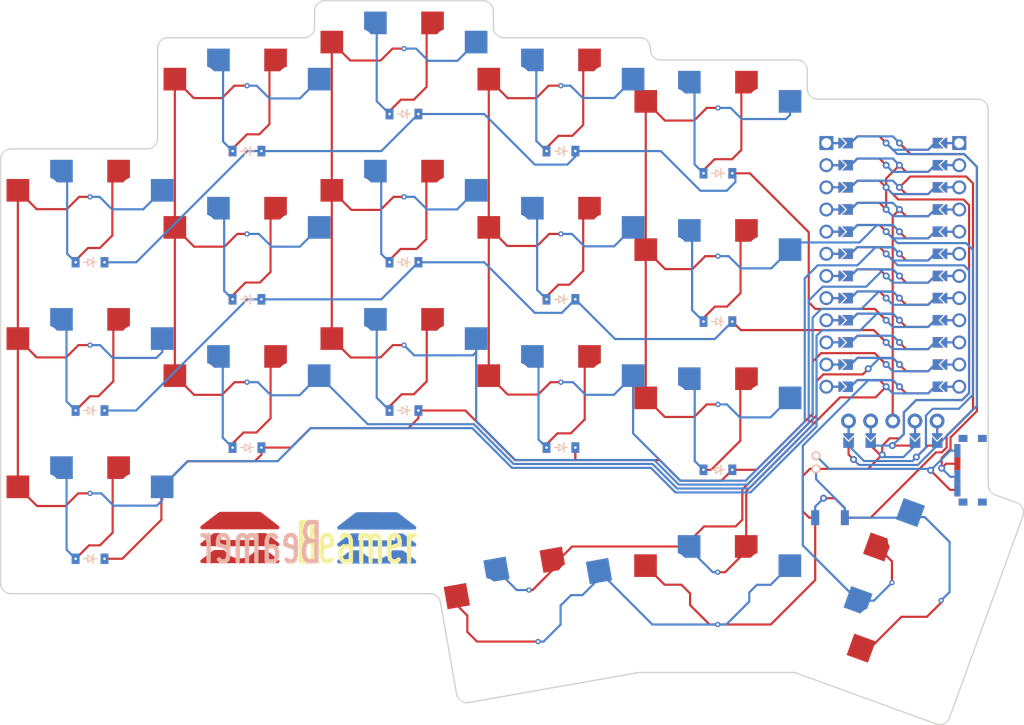
<source format=kicad_pcb>
(kicad_pcb (version 20211014) (generator pcbnew)
  (title_block (title "beamer") (rev "v1.0.0") (company "Unknown"))
  (layers (0 "F.Cu" signal) (31 "B.Cu" signal) (34 "B.Paste" user) (35 "F.Paste" user) (36 "B.SilkS" user "B.Silkscreen") (37 "F.SilkS" user "F.Silkscreen") (38 "B.Mask" user) (39 "F.Mask" user) (44 "Edge.Cuts" user))
  (net 0 "")
  (net 1 "pinky_bottom")
  (net 2 "P15")
  (net 3 "P8")
  (net 4 "pinky_home")
  (net 5 "P7")
  (net 6 "pinky_top")
  (net 7 "P6")
  (net 8 "ring_bottom")
  (net 9 "P18")
  (net 10 "ring_home")
  (net 11 "ring_top")
  (net 12 "middle_bottom")
  (net 13 "P19")
  (net 14 "middle_home")
  (net 15 "middle_top")
  (net 16 "index_bottom")
  (net 17 "P20")
  (net 18 "index_home")
  (net 19 "index_top")
  (net 20 "inner_bottom")
  (net 21 "P21")
  (net 22 "inner_home")
  (net 23 "inner_top")
  (net 24 "P16")
  (net 25 "GND")
  (net 26 "P10")
  (net 27 "P9")
  (net 28 "RAW")
  (net 29 "RST")
  (net 30 "VCC")
  (net 31 "P14")
  (net 32 "P1")
  (net 33 "P0")
  (net 34 "P2")
  (net 35 "P3")
  (net 36 "P4")
  (net 37 "P5")
  (net 38 "SCRN_4")
  (net 39 "SCRN_1")
  (net 40 "SCRN_2")
  (net 41 "SCRN_5")
  (net 42 "pos")
  (footprint "lib:bat" (layer "F.Cu") (at 240.255 150.14)
    (fp_text reference "")
    (fp_text value "")
  )
  (footprint "lib:JumperReverse" (layer "F.Cu") (at 243.475 146.95)
    (fp_text reference "")
    (fp_text value "")
  )
  (footprint "ComboDiode" (layer "F.Cu") (at 229 117 180)
    (fp_text reference "D15" hide)
    (fp_text value "" hide)
  )
  (footprint "ComboDiode" (layer "F.Cu") (at 175 131.45 180)
    (fp_text reference "D5" hide)
    (fp_text value "" hide)
  )
  (footprint "clipboard:bea2a930-1e14-4081-a864-9b491ca09a4f" (layer "F.Cu") (at 194.373437 161.646867)
    (fp_text reference "")
    (fp_text value "")
  )
  (footprint "PG1350" (layer "F.Cu") (at 157 156.7)
    (fp_text reference "")
    (fp_text value "")
  )
  (footprint "VIA-0.6mm" (layer "F.Cu") (at 248.958235 163.932694 70)
    (fp_text reference "")
    (fp_text value "")
  )
  (footprint "VIA-0.6mm" (layer "F.Cu") (at 208.381665 170.696391 10)
    (fp_text reference "")
    (fp_text value "")
  )
  (footprint "PG1350" (layer "F.Cu") (at 229 146.5)
    (fp_text reference "")
    (fp_text value "")
  )
  (footprint "PG1350" (layer "F.Cu") (at 229 129.5)
    (fp_text reference "")
    (fp_text value "")
  )
  (footprint "VIA-0.6mm" (layer "F.Cu") (at 228.972654 168.737433)
    (fp_text reference "")
    (fp_text value "")
  )
  (footprint "PG1350" (layer "F.Cu") (at 193 122.7)
    (fp_text reference "")
    (fp_text value "")
  )
  (footprint "ComboDiode" (layer "F.Cu") (at 175 114.45 180)
    (fp_text reference "D6" hide)
    (fp_text value "" hide)
  )
  (footprint "PG1350" (layer "F.Cu") (at 193 105.7)
    (fp_text reference "")
    (fp_text value "")
  )
  (footprint "VIA-0.6mm" (layer "F.Cu") (at 211 106.95)
    (fp_text reference "")
    (fp_text value "")
  )
  (footprint "ComboDiode" (layer "F.Cu") (at 157 144.2 180)
    (fp_text reference "D2" hide)
    (fp_text value "" hide)
  )
  (footprint "ComboDiode" (layer "F.Cu") (at 229 134 180)
    (fp_text reference "D14" hide)
    (fp_text value "" hide)
  )
  (footprint "VIA-0.6mm" (layer "F.Cu") (at 157 119.7)
    (fp_text reference "")
    (fp_text value "")
  )
  (footprint "VIA-0.6mm" (layer "F.Cu") (at 157 136.7)
    (fp_text reference "")
    (fp_text value "")
  )
  (footprint "VIA-0.6mm" (layer "F.Cu") (at 193 119.7)
    (fp_text reference "")
    (fp_text value "")
  )
  (footprint "lib:JumperReverse" (layer "F.Cu") (at 251.095 146.95)
    (fp_text reference "")
    (fp_text value "")
  )
  (footprint "PG1350" (layer "F.Cu") (at 251.777313 164.958754 70)
    (fp_text reference "")
    (fp_text value "")
  )
  (footprint "PG1350" (layer "F.Cu") (at 211 126.95)
    (fp_text reference "")
    (fp_text value "")
  )
  (footprint "VIA-0.6mm" (layer "F.Cu") (at 211 123.95)
    (fp_text reference "")
    (fp_text value "")
  )
  (footprint "ComboDiode" (layer "F.Cu") (at 157 161.2 180)
    (fp_text reference "D1" hide)
    (fp_text value "" hide)
  )
  (footprint "VIA-0.6mm" (layer "F.Cu") (at 207.339776 164.787544 10)
    (fp_text reference "")
    (fp_text value "")
  )
  (footprint "VIA-0.6mm" (layer "F.Cu") (at 193 136.7)
    (fp_text reference "")
    (fp_text value "")
  )
  (footprint "ProMicro" (layer "F.Cu") (at 249.055 127.5 -90)
    (fp_text reference "")
    (fp_text value "")
  )
  (footprint "ComboDiode" (layer "F.Cu") (at 157 127.2 180)
    (fp_text reference "D3" hide)
    (fp_text value "" hide)
  )
  (footprint "Button_Switch_SMD:SW_SPDT_PCM12" (layer "F.Cu") (at 257.89 151.05 90)
    (fp_text reference "")
    (fp_text value "")
  )
  (footprint "ComboDiode" (layer "F.Cu") (at 211 131.45 180)
    (fp_text reference "D11" hide)
    (fp_text value "" hide)
  )
  (footprint "VIA-0.6mm" (layer "F.Cu") (at 229 143.5)
    (fp_text reference "")
    (fp_text value "")
  )
  (footprint "LOGO" (layer "F.Cu") (at 174.185958 158.761083)
    (fp_text reference "")
    (fp_text value "LOGO" hide)
  )
  (footprint "lib:OLED_headers" (layer "F.Cu") (at 249.055 147 90)
    (fp_text reference "")
    (fp_text value "")
  )
  (footprint "ComboDiode" (layer "F.Cu") (at 193 127.2 180)
    (fp_text reference "D8" hide)
    (fp_text value "" hide)
  )
  (footprint "VIA-0.6mm" (layer "F.Cu") (at 211 140.95)
    (fp_text reference "")
    (fp_text value "")
  )
  (footprint "ComboDiode" (layer "F.Cu") (at 175 148.45 180)
    (fp_text reference "D4" hide)
    (fp_text value "" hide)
  )
  (footprint "VIA-0.6mm" (layer "F.Cu") (at 175 123.95)
    (fp_text reference "")
    (fp_text value "")
  )
  (footprint "VIA-0.6mm" (layer "F.Cu") (at 157 153.7)
    (fp_text reference "")
    (fp_text value "")
  )
  (footprint "ComboDiode" (layer "F.Cu") (at 193 144.2 180)
    (fp_text reference "D7" hide)
    (fp_text value "" hide)
  )
  (footprint "PG1350" (layer "F.Cu") (at 175 143.95)
    (fp_text reference "")
    (fp_text value "")
  )
  (footprint "ComboDiode" (layer "F.Cu") (at 211 114.45 180)
    (fp_text reference "D12" hide)
    (fp_text value "" hide)
  )
  (footprint "VIA-0.6mm" (layer "F.Cu") (at 175 140.95)
    (fp_text reference "")
    (fp_text value "")
  )
  (footprint "ComboDiode" (layer "F.Cu") (at 193 110.2 180)
    (fp_text reference "D9" hide)
    (fp_text value "" hide)
  )
  (footprint "PG1350" (layer "F.Cu") (at 175 109.95)
    (fp_text reference "")
    (fp_text value "")
  )
  (footprint "lib:JumperReverse" (layer "F.Cu") (at 253.635 146.95)
    (fp_text reference "")
    (fp_text value "")
  )
  (footprint "PG1350" (layer "F.Cu") (at 157 122.7)
    (fp_text reference "")
    (fp_text value "")
  )
  (footprint "ComboDiode" (layer "F.Cu") (at 211 148.45 180)
    (fp_text reference "D10" hide)
    (fp_text value "" hide)
  )
  (footprint "VIA-0.6mm" (layer "F.Cu") (at 229 109.5)
    (fp_text reference "")
    (fp_text value "")
  )
  (footprint "PG1350" (layer "F.Cu") (at 211 109.95)
    (fp_text reference "")
    (fp_text value "")
  )
  (footprint "VIA-0.6mm" (layer "F.Cu") (at 229 126.5)
    (fp_text reference "")
    (fp_text value "")
  )
  (footprint "VIA-0.6mm" (layer "F.Cu") (at 175 106.95)
    (fp_text reference "")
    (fp_text value "")
  )
  (footprint "PG1350" (layer "F.Cu") (at 228.972654 165.737433)
    (fp_text reference "")
    (fp_text value "")
  )
  (footprint "lib:JumperReverse" (layer "F.Cu") (at 246.015 146.95)
    (fp_text reference "")
    (fp_text value "")
  )
  (footprint "ComboDiode" (layer "F.Cu") (at 229 151 180)
    (fp_text reference "D13" hide)
    (fp_text value "" hide)
  )
  (footprint "VIA-0.6mm" (layer "F.Cu") (at 254.596391 165.984815 70)
    (fp_text reference "")
    (fp_text value "")
  )
  (footprint "PG1350" (layer "F.Cu") (at 207.860721 167.741968 10)
    (fp_text reference "")
    (fp_text value "")
  )
  (footprint "VIA-0.6mm" (layer "F.Cu") (at 193 102.7)
    (fp_text reference "")
    (fp_text value "")
  )
  (footprint "VIA-0.6mm" (layer "F.Cu") (at 228.972654 162.737433)
    (fp_text reference "")
    (fp_text value "")
  )
  (footprint "PG1350" (layer "F.Cu") (at 211 143.95)
    (fp_text reference "")
    (fp_text value "")
  )
  (footprint "PG1350" (layer "F.Cu") (at 157 139.7)
    (fp_text reference "")
    (fp_text value "")
  )
  (footprint "PG1350" (layer "F.Cu") (at 229 112.5)
    (fp_text reference "")
    (fp_text value "")
  )
  (footprint "Button_Switch_SMD:SW_SPST_B3U-1000P" (layer "F.Cu") (at 241.855 156.49)
    (fp_text reference "")
    (fp_text value "")
  )
  (footprint "PG1350" (layer "F.Cu") (at 193 139.7)
    (fp_text reference "")
    (fp_text value "")
  )
  (footprint "PG1350" (layer "F.Cu") (at 175 126.95)
    (fp_text reference "")
    (fp_text value "")
  )
  (gr_arc (start 255.557854 179.424145) (mid 254.937364 180.101291) (end 254.019797 180.141352) (layer "Edge.Cuts") (width 0.15))
  (gr_line (start 203.25 98.4) (end 203.25 100.25) (layer "Edge.Cuts") (width 0.15))
  (gr_line (start 221.25 102.65) (end 221.25 102.8) (layer "Edge.Cuts") (width 0.15))
  (gr_line (start 146.75 164) (end 146.75 115.4) (layer "Edge.Cuts") (width 0.15))
  (gr_arc (start 164.75 102.65) (mid 165.101472 101.801472) (end 165.95 101.45) (layer "Edge.Cuts") (width 0.15))
  (gr_arc (start 263.254341 154.769651) (mid 263.931486 155.39014) (end 263.971548 156.307706) (layer "Edge.Cuts") (width 0.15))
  (gr_arc (start 240.45 108.5) (mid 239.601472 108.148528) (end 239.25 107.3) (layer "Edge.Cuts") (width 0.15))
  (gr_arc (start 220.05 101.45) (mid 220.898528 101.801472) (end 221.25 102.65) (layer "Edge.Cuts") (width 0.15))
  (gr_arc (start 238.05 104) (mid 238.898528 104.351472) (end 239.25 105.2) (layer "Edge.Cuts") (width 0.15))
  (gr_arc (start 195.997461 165.2) (mid 196.768806 165.480747) (end 197.17923 166.191622) (layer "Edge.Cuts") (width 0.15))
  (gr_arc (start 147.95 165.2) (mid 147.101472 164.848528) (end 146.75 164) (layer "Edge.Cuts") (width 0.15))
  (gr_arc (start 237.587323 174.237433) (mid 237.795701 174.255664) (end 237.997747 174.309802) (layer "Edge.Cuts") (width 0.15))
  (gr_arc (start 258.8 108.5) (mid 259.648528 108.851472) (end 260 109.7) (layer "Edge.Cuts") (width 0.15))
  (gr_arc (start 219.869262 174.255664) (mid 219.973053 174.242) (end 220.07764 174.237433) (layer "Edge.Cuts") (width 0.15))
  (gr_line (start 147.95 114.2) (end 163.55 114.2) (layer "Edge.Cuts") (width 0.15))
  (gr_line (start 255.557853 179.424145) (end 263.971548 156.307706) (layer "Edge.Cuts") (width 0.15))
  (gr_line (start 240.45 108.5) (end 258.8 108.5) (layer "Edge.Cuts") (width 0.15))
  (gr_line (start 204.45 101.45) (end 220.05 101.45) (layer "Edge.Cuts") (width 0.15))
  (gr_line (start 197.17923 166.191622) (end 199.034073 176.710958) (layer "Edge.Cuts") (width 0.15))
  (gr_line (start 182.75 100.25) (end 182.75 98.4) (layer "Edge.Cuts") (width 0.15))
  (gr_line (start 260.789576 153.87255) (end 263.254341 154.769651) (layer "Edge.Cuts") (width 0.15))
  (gr_arc (start 260.789576 153.872549) (mid 260.217018 153.43321) (end 260 152.744918) (layer "Edge.Cuts") (width 0.15))
  (gr_line (start 183.95 97.2) (end 202.05 97.2) (layer "Edge.Cuts") (width 0.15))
  (gr_arc (start 200.42422 177.684349) (mid 199.527551 177.485562) (end 199.034073 176.710958) (layer "Edge.Cuts") (width 0.15))
  (gr_arc (start 222.45 104) (mid 221.601472 103.648528) (end 221.25 102.8) (layer "Edge.Cuts") (width 0.15))
  (gr_line (start 164.75 113) (end 164.75 102.65) (layer "Edge.Cuts") (width 0.15))
  (gr_arc (start 202.05 97.2) (mid 202.898528 97.551472) (end 203.25 98.4) (layer "Edge.Cuts") (width 0.15))
  (gr_arc (start 164.75 113) (mid 164.398528 113.848528) (end 163.55 114.2) (layer "Edge.Cuts") (width 0.15))
  (gr_arc (start 182.75 100.25) (mid 182.398528 101.098528) (end 181.55 101.45) (layer "Edge.Cuts") (width 0.15))
  (gr_line (start 147.95 165.2) (end 195.997461 165.2) (layer "Edge.Cuts") (width 0.15))
  (gr_line (start 165.95 101.45) (end 181.55 101.45) (layer "Edge.Cuts") (width 0.15))
  (gr_line (start 260 152.744918) (end 260 109.7) (layer "Edge.Cuts") (width 0.15))
  (gr_line (start 220.07764 174.237433) (end 237.587323 174.237433) (layer "Edge.Cuts") (width 0.15))
  (gr_line (start 222.45 104) (end 238.05 104) (layer "Edge.Cuts") (width 0.15))
  (gr_arc (start 146.75 115.4) (mid 147.101472 114.551472) (end 147.95 114.2) (layer "Edge.Cuts") (width 0.15))
  (gr_arc (start 204.45 101.45) (mid 203.601472 101.098528) (end 203.25 100.25) (layer "Edge.Cuts") (width 0.15))
  (gr_arc (start 182.75 98.4) (mid 183.101472 97.551472) (end 183.95 97.2) (layer "Edge.Cuts") (width 0.15))
  (gr_line (start 200.42422 177.68435) (end 219.869262 174.255664) (layer "Edge.Cuts") (width 0.15))
  (gr_line (start 237.997747 174.309802) (end 254.019797 180.141352) (layer "Edge.Cuts") (width 0.15))
  (gr_line (start 239.25 105.2) (end 239.25 107.3) (layer "Edge.Cuts") (width 0.15))
  (gr_text "Beamer" (at 176.609758 159.438258) (layer "B.SilkS") (effects (font (size 4.5 2.5) (thickness 0.5)) (justify mirror)))
  (gr_text "Beamer" (at 187.56534 159.439909) (layer "F.SilkS") (effects (font (size 4.5 2.5) (thickness 0.5))))
  (segment (start 156.88442 159.66558) (end 155.35 161.2) (width 0.25) (layer "F.Cu") (net 1))
  (segment (start 158.126889 159.66558) (end 156.88442 159.66558) (width 0.25) (layer "F.Cu") (net 1))
  (segment (start 159.591757 158.200712) (end 158.126889 159.66558) (width 0.25) (layer "F.Cu") (net 1))
  (segment (start 160.275 150.75) (end 159.591757 151.433243) (width 0.25) (layer "F.Cu") (net 1))
  (segment (start 159.591757 151.433243) (end 159.591757 158.200712) (width 0.25) (layer "F.Cu") (net 1))
  (segment (start 154.308624 151.333624) (end 154.308624 160.158624) (width 0.25) (layer "B.Cu") (net 1))
  (segment (start 154.308624 160.158624) (end 155.35 161.2) (width 0.25) (layer "B.Cu") (net 1))
  (segment (start 153.725 150.75) (end 154.308624 151.333624) (width 0.25) (layer "B.Cu") (net 1))
  (segment (start 154.261584 138.110906) (end 155.67249 136.7) (width 0.25) (layer "F.Cu") (net 2))
  (segment (start 150.925903 155.150903) (end 154.188553 155.150903) (width 0.25) (layer "F.Cu") (net 2))
  (segment (start 148.725 152.95) (end 150.925903 155.150903) (width 0.25) (layer "F.Cu") (net 2))
  (segment (start 148.725 135.95) (end 150.885906 138.110906) (width 0.25) (layer "F.Cu") (net 2))
  (segment (start 148.725 135.95) (end 148.725 118.95) (width 0.25) (layer "F.Cu") (net 2))
  (segment (start 154.33607 121.110942) (end 155.747012 119.7) (width 0.25) (layer "F.Cu") (net 2))
  (segment (start 155.747012 119.7) (end 157 119.7) (width 0.25) (layer "F.Cu") (net 2))
  (segment (start 155.639456 153.7) (end 157 153.7) (width 0.25) (layer "F.Cu") (net 2))
  (segment (start 148.725 152.95) (end 148.725 135.95) (width 0.25) (layer "F.Cu") (net 2))
  (segment (start 148.725 118.95) (end 150.885942 121.110942) (width 0.25) (layer "F.Cu") (net 2))
  (segment (start 150.885942 121.110942) (end 154.33607 121.110942) (width 0.25) (layer "F.Cu") (net 2))
  (segment (start 154.188553 155.150903) (end 155.639456 153.7) (width 0.25) (layer "F.Cu") (net 2))
  (segment (start 150.885906 138.110906) (end 154.261584 138.110906) (width 0.25) (layer "F.Cu") (net 2))
  (segment (start 155.67249 136.7) (end 157 136.7) (width 0.25) (layer "F.Cu") (net 2))
  (segment (start 188.660224 146.22162) (end 189.543322 146.22162) (width 0.25) (layer "B.Cu") (net 2))
  (segment (start 158.293236 153.7) (end 157 153.7) (width 0.25) (layer "B.Cu") (net 2))
  (segment (start 240.944009 135) (end 245.330159 135) (width 0.25) (layer "B.Cu") (net 2))
  (segment (start 249.092 133.125) (end 249.817 133.85) (width 0.25) (layer "B.Cu") (net 2))
  (segment (start 188.658304 146.2197) (end 188.660224 146.22162) (width 0.25) (layer "B.Cu") (net 2))
  (segment (start 240.31 135.634009) (end 240.944009 135) (width 0.25) (layer "B.Cu") (net 2))
  (segment (start 178.512941 150.010701) (end 182.303942 146.2197) (width 0.25) (layer "B.Cu") (net 2))
  (segment (start 200.828299 146.2197) (end 205.385211 150.776612) (width 0.25) (layer "B.Cu") (net 2))
  (segment (start 165.275 154.5) (end 164.663527 155.111473) (width 0.25) (layer "B.Cu") (net 2))
  (segment (start 240.31 146.022991) (end 240.31 135.634009) (width 0.25) (layer "B.Cu") (net 2))
  (segment (start 224.136042 153.59523) (end 232.737761 153.59523) (width 0.25) (layer "B.Cu") (net 2))
  (segment (start 205.385211 150.776612) (end 221.317424 150.776612) (width 0.25) (layer "B.Cu") (net 2))
  (segment (start 165.275 152.95) (end 165.275 154.5) (width 0.25) (layer "B.Cu") (net 2))
  (segment (start 189.543322 146.22162) (end 189.545242 146.2197) (width 0.25) (layer "B.Cu") (net 2))
  (segment (start 165.275 152.95) (end 168.214299 150.010701) (width 0.25) (layer "B.Cu") (net 2))
  (segment (start 182.303942 146.2197) (end 188.658304 146.2197) (width 0.25) (layer "B.Cu") (net 2))
  (segment (start 189.545242 146.2197) (end 200.828299 146.2197) (width 0.25) (layer "B.Cu") (net 2))
  (segment (start 165.275 135.95) (end 165.275 137.5) (width 0.25) (layer "B.Cu") (net 2))
  (segment (start 159.521308 121.126405) (end 158.094903 119.7) (width 0.25) (layer "B.Cu") (net 2))
  (segment (start 165.275 137.5) (end 164.604438 138.170562) (width 0.25) (layer "B.Cu") (net 2))
  (segment (start 158.140138 136.7) (end 157 136.7) (width 0.25) (layer "B.Cu") (net 2))
  (segment (start 168.214299 150.010701) (end 178.512941 150.010701) (width 0.25) (layer "B.Cu") (net 2))
  (segment (start 158.094903 119.7) (end 157 119.7) (width 0.25) (layer "B.Cu") (net 2))
  (segment (start 164.663527 155.111473) (end 159.704709 155.111473) (width 0.25) (layer "B.Cu") (net 2))
  (segment (start 159.6107 138.170562) (end 158.140138 136.7) (width 0.25) (layer "B.Cu") (net 2))
  (segment (start 221.317424 150.776612) (end 224.136042 153.59523) (width 0.25) (layer "B.Cu") (net 2))
  (segment (start 247.205159 133.125) (end 249.092 133.125) (width 0.25) (layer "B.Cu") (net 2))
  (segment (start 232.737761 153.59523) (end 240.31 146.022991) (width 0.25) (layer "B.Cu") (net 2))
  (segment (start 165.275 118.95) (end 163.098595 121.126405) (width 0.25) (layer "B.Cu") (net 2))
  (segment (start 164.604438 138.170562) (end 159.6107 138.170562) (width 0.25) (layer "B.Cu") (net 2))
  (segment (start 245.330159 135) (end 247.205159 133.125) (width 0.25) (layer "B.Cu") (net 2))
  (segment (start 163.098595 121.126405) (end 159.521308 121.126405) (width 0.25) (layer "B.Cu") (net 2))
  (segment (start 159.704709 155.111473) (end 158.293236 153.7) (width 0.25) (layer "B.Cu") (net 2))
  (segment (start 182.292485 146.212153) (end 193.518532 146.212153) (width 0.25) (layer "F.Cu") (net 3))
  (segment (start 212.65 148.45) (end 212.65 149.875651) (width 0.25) (layer "F.Cu") (net 3))
  (segment (start 200.035572 144.2) (end 205.722746 149.887174) (width 0.25) (layer "F.Cu") (net 3))
  (segment (start 212.660351 149.886002) (end 222.32912 149.886002) (width 0.25) (layer "F.Cu") (net 3))
  (segment (start 194.65 145.080685) (end 194.65 144.2) (width 0.25) (layer "F.Cu") (net 3))
  (segment (start 165.179955 156.720427) (end 165.179955 153.019008) (width 0.25) (layer "F.Cu") (net 3))
  (segment (start 246.983358 137.620358) (end 248.293 138.93) (width 0.25) (layer "F.Cu") (net 3))
  (segment (start 194.65 144.2) (end 200.035572 144.2) (width 0.25) (layer "F.Cu") (net 3))
  (segment (start 230.65 151) (end 233.427208 151) (width 0.25) (layer "F.Cu") (net 3))
  (segment (start 239.86 144.567208) (end 239.86 138.594959) (width 0.25) (layer "F.Cu") (net 3))
  (segment (start 205.722746 149.887174) (end 212.65 149.887174) (width 0.25) (layer "F.Cu") (net 3))
  (segment (start 193.518532 146.212153) (end 194.65 145.080685) (width 0.25) (layer "F.Cu") (net 3))
  (segment (start 240.834601 137.620358) (end 246.983358 137.620358) (width 0.25) (layer "F.Cu") (net 3))
  (segment (start 233.427208 151) (end 239.86 144.567208) (width 0.25) (layer "F.Cu") (net 3))
  (segment (start 160.700382 161.2) (end 165.179955 156.720427) (width 0.25) (layer "F.Cu") (net 3))
  (segment (start 212.65 149.887174) (end 212.65 148.45) (width 0.25) (layer "F.Cu") (net 3))
  (segment (start 224.693899 152.250781) (end 229.399219 152.250781) (width 0.25) (layer "F.Cu") (net 3))
  (segment (start 165.179955 153.019008) (end 168.191374 150.007589) (width 0.25) (layer "F.Cu") (net 3))
  (segment (start 229.399219 152.250781) (end 230.65 151) (width 0.25) (layer "F.Cu") (net 3))
  (segment (start 212.65 149.875651) (end 212.660351 149.886002) (width 0.25) (layer "F.Cu") (net 3))
  (segment (start 158.65 161.2) (end 160.700382 161.2) (width 0.25) (layer "F.Cu") (net 3))
  (segment (start 176.65 149.259378) (end 176.65 148.45) (width 0.25) (layer "F.Cu") (net 3))
  (segment (start 222.32912 149.886002) (end 224.693899 152.250781) (width 0.25) (layer "F.Cu") (net 3))
  (segment (start 175.901789 150.007589) (end 176.65 149.259378) (width 0.25) (layer "F.Cu") (net 3))
  (segment (start 168.191374 150.007589) (end 175.901789 150.007589) (width 0.25) (layer "F.Cu") (net 3))
  (segment (start 176.65 148.45) (end 180.054638 148.45) (width 0.25) (layer "F.Cu") (net 3))
  (segment (start 239.86 138.594959) (end 240.834601 137.620358) (width 0.25) (layer "F.Cu") (net 3))
  (segment (start 180.054638 148.45) (end 182.292485 146.212153) (width 0.25) (layer "F.Cu") (net 3))
  (segment (start 159.670356 134.354644) (end 159.670356 140.855062) (width 0.25) (layer "F.Cu") (net 4))
  (segment (start 159.670356 140.855062) (end 157.960229 142.565189) (width 0.25) (layer "F.Cu") (net 4))
  (segment (start 157.960229 142.565189) (end 156.984811 142.565189) (width 0.25) (layer "F.Cu") (net 4))
  (segment (start 160.275 133.75) (end 159.670356 134.354644) (width 0.25) (layer "F.Cu") (net 4))
  (segment (start 156.984811 142.565189) (end 155.35 144.2) (width 0.25) (layer "F.Cu") (net 4))
  (segment (start 154.301354 143.151354) (end 155.35 144.2) (width 0.25) (layer "B.Cu") (net 4))
  (segment (start 154.301354 134.326354) (end 154.301354 143.151354) (width 0.25) (layer "B.Cu") (net 4))
  (segment (start 153.725 133.75) (end 154.301354 134.326354) (width 0.25) (layer "B.Cu") (net 4))
  (segment (start 246.878 134.975) (end 248.293 136.39) (width 0.25) (layer "F.Cu") (net 5))
  (segment (start 230.65 134) (end 231.625 134.975) (width 0.25) (layer "F.Cu") (net 5))
  (segment (start 231.625 134.975) (end 246.878 134.975) (width 0.25) (layer "F.Cu") (net 5))
  (segment (start 190.4 131.45) (end 194.65 127.2) (width 0.25) (layer "B.Cu") (net 5))
  (segment (start 162.275 144.2) (end 175.025 131.45) (width 0.25) (layer "B.Cu") (net 5))
  (segment (start 228.65 136) (end 230.65 134) (width 0.25) (layer "B.Cu") (net 5))
  (segment (start 176.65 131.45) (end 190.4 131.45) (width 0.25) (layer "B.Cu") (net 5))
  (segment (start 212.65 131.45) (end 217.2 136) (width 0.25) (layer "B.Cu") (net 5))
  (segment (start 202.2 127.2) (end 208 133) (width 0.25) (layer "B.Cu") (net 5))
  (segment (start 217.2 136) (end 228.65 136) (width 0.25) (layer "B.Cu") (net 5))
  (segment (start 175.025 131.45) (end 176.65 131.45) (width 0.25) (layer "B.Cu") (net 5))
  (segment (start 194.65 127.2) (end 202.2 127.2) (width 0.25) (layer "B.Cu") (net 5))
  (segment (start 208 133) (end 211.1 133) (width 0.25) (layer "B.Cu") (net 5))
  (segment (start 158.65 144.2) (end 162.275 144.2) (width 0.25) (layer "B.Cu") (net 5))
  (segment (start 211.1 133) (end 212.65 131.45) (width 0.25) (layer "B.Cu") (net 5))
  (segment (start 155.35 126.977108) (end 155.35 127.2) (width 0.25) (layer "F.Cu") (net 6))
  (segment (start 158.126414 125.560755) (end 156.766353 125.560755) (width 0.25) (layer "F.Cu") (net 6))
  (segment (start 160.275 116.75) (end 159.556982 117.468018) (width 0.25) (layer "F.Cu") (net 6))
  (segment (start 159.556982 124.130187) (end 158.126414 125.560755) (width 0.25) (layer "F.Cu") (net 6))
  (segment (start 159.556982 117.468018) (end 159.556982 124.130187) (width 0.25) (layer "F.Cu") (net 6))
  (segment (start 156.766353 125.560755) (end 155.35 126.977108) (width 0.25) (layer "F.Cu") (net 6))
  (segment (start 153.725 116.75) (end 154.376602 117.401602) (width 0.25) (layer "B.Cu") (net 6))
  (segment (start 154.376602 126.226602) (end 155.35 127.2) (width 0.25) (layer "B.Cu") (net 6))
  (segment (start 154.376602 117.401602) (end 154.376602 126.226602) (width 0.25) (layer "B.Cu") (net 6))
  (segment (start 230.65 117) (end 232.665387 117) (width 0.25) (layer "F.Cu") (net 7))
  (segment (start 232.665387 117) (end 239.415802 123.750415) (width 0.25) (layer "F.Cu") (net 7))
  (segment (start 246.993219 132.550219) (end 248.293 133.85) (width 0.25) (layer "F.Cu") (net 7))
  (segment (start 239.415802 131.795882) (end 240.170139 132.550219) (width 0.25) (layer "F.Cu") (net 7))
  (segment (start 240.170139 132.550219) (end 246.993219 132.550219) (width 0.25) (layer "F.Cu") (net 7))
  (segment (start 239.415802 123.750415) (end 239.415802 131.795882) (width 0.25) (layer "F.Cu") (net 7))
  (segment (start 227 119) (end 230 119) (width 0.25) (layer "B.Cu") (net 7))
  (segment (start 190.4 114.45) (end 194.65 110.2) (width 0.25) (layer "B.Cu") (net 7))
  (segment (start 231 118) (end 231 117.35) (width 0.25) (layer "B.Cu") (net 7))
  (segment (start 176.65 114.45) (end 190.4 114.45) (width 0.25) (layer "B.Cu") (net 7))
  (segment (start 162.3 127.2) (end 175.05 114.45) (width 0.25) (layer "B.Cu") (net 7))
  (segment (start 212.65 114.45) (end 222.45 114.45) (width 0.25) (layer "B.Cu") (net 7))
  (segment (start 175.05 114.45) (end 176.65 114.45) (width 0.25) (layer "B.Cu") (net 7))
  (segment (start 212.65 115.084139) (end 212.65 114.45) (width 0.25) (layer "B.Cu") (net 7))
  (segment (start 194.65 110.2) (end 202.2 110.2) (width 0.25) (layer "B.Cu") (net 7))
  (segment (start 222.45 114.45) (end 227 119) (width 0.25) (layer "B.Cu") (net 7))
  (segment (start 211.734139 116) (end 212.65 115.084139) (width 0.25) (layer "B.Cu") (net 7))
  (segment (start 208 116) (end 211.734139 116) (width 0.25) (layer "B.Cu") (net 7))
  (segment (start 230 119) (end 231 118) (width 0.25) (layer "B.Cu") (net 7))
  (segment (start 202.2 110.2) (end 208 116) (width 0.25) (layer "B.Cu") (net 7))
  (segment (start 231 117.35) (end 230.65 117) (width 0.25) (layer "B.Cu") (net 7))
  (segment (start 158.65 127.2) (end 162.3 127.2) (width 0.25) (layer "B.Cu") (net 7))
  (segment (start 173.35 147.971329) (end 173.35 148.45) (width 0.25) (layer "F.Cu") (net 8))
  (segment (start 177.704437 145.099899) (end 176.0824 146.721936) (width 0.25) (layer "F.Cu") (net 8))
  (segment (start 176.0824 146.721936) (end 174.599393 146.721936) (width 0.25) (layer "F.Cu") (net 8))
  (segment (start 174.599393 146.721936) (end 173.35 147.971329) (width 0.25) (layer "F.Cu") (net 8))
  (segment (start 178.275 138) (end 177.704437 138.570563) (width 0.25) (layer "F.Cu") (net 8))
  (segment (start 177.704437 138.570563) (end 177.704437 145.099899) (width 0.25) (layer "F.Cu") (net 8))
  (segment (start 172.218479 138.493479) (end 172.218479 147.318479) (width 0.25) (layer "B.Cu") (net 8))
  (segment (start 172.218479 147.318479) (end 173.35 148.45) (width 0.25) (layer "B.Cu") (net 8))
  (segment (start 171.725 138) (end 172.218479 138.493479) (width 0.25) (layer "B.Cu") (net 8))
  (segment (start 168.935418 125.410418) (end 172.42076 125.410418) (width 0.25) (layer "F.Cu") (net 9))
  (segment (start 172.126535 142.402366) (end 173.578901 140.95) (width 0.25) (layer "F.Cu") (net 9))
  (segment (start 173.551099 106.95) (end 175 106.95) (width 0.25) (layer "F.Cu") (net 9))
  (segment (start 173.881178 123.95) (end 175 123.95) (width 0.25) (layer "F.Cu") (net 9))
  (segment (start 166.725 123.2) (end 166.725 106.2) (width 0.25) (layer "F.Cu") (net 9))
  (segment (start 166.725 123.2) (end 168.935418 125.410418) (width 0.25) (layer "F.Cu") (net 9))
  (segment (start 166.725 140.2) (end 168.927366 142.402366) (width 0.25) (layer "F.Cu") (net 9))
  (segment (start 172.129847 108.371252) (end 173.551099 106.95) (width 0.25) (layer "F.Cu") (net 9))
  (segment (start 172.42076 125.410418) (end 173.881178 123.95) (width 0.25) (layer "F.Cu") (net 9))
  (segment (start 168.896252 108.371252) (end 172.129847 108.371252) (width 0.25) (layer "F.Cu") (net 9))
  (segment (start 168.927366 142.402366) (end 172.126535 142.402366) (width 0.25) (layer "F.Cu") (net 9))
  (segment (start 173.578901 140.95) (end 175 140.95) (width 0.25) (layer "F.Cu") (net 9))
  (segment (start 166.725 140.2) (end 166.725 123.2) (width 0.25) (layer "F.Cu") (net 9))
  (segment (start 166.725 106.2) (end 168.896252 108.371252) (width 0.25) (layer "F.Cu") (net 9))
  (segment (start 181.062189 108.412811) (end 177.574068 108.412811) (width 0.25) (layer "B.Cu") (net 9))
  (segment (start 189.358846 145.7697) (end 201.014695 145.7697) (width 0.25) (layer "B.Cu") (net 9))
  (segment (start 189.356926 145.77162) (end 189.358846 145.7697) (width 0.25) (layer "B.Cu") (net 9))
  (segment (start 176.111257 106.95) (end 175 106.95) (width 0.25) (layer "B.Cu") (net 9))
  (segment (start 249.092 130.585) (end 249.817 131.31) (width 0.25) (layer "B.Cu") (net 9))
  (segment (start 177.735096 142.448338) (end 176.236758 140.95) (width 0.25) (layer "B.Cu") (net 9))
  (segment (start 181.064582 125.410418) (end 177.823422 125.410418) (width 0.25) (layer "B.Cu") (net 9))
  (segment (start 183.275 140.2) (end 188.84662 145.77162) (width 0.25) (layer "B.Cu") (net 9))
  (segment (start 177.823422 125.410418) (end 176.363004 123.95) (width 0.25) (layer "B.Cu") (net 9))
  (segment (start 247.415 130.585) (end 249.092 130.585) (width 0.25) (layer "B.Cu") (net 9))
  (segment (start 239.86 145.836595) (end 239.86 133.544009) (width 0.25) (layer "B.Cu") (net 9))
  (segment (start 201.014695 145.7697) (end 205.571607 150.326612) (width 0.25) (layer "B.Cu") (net 9))
  (segment (start 239.86 133.544009) (end 240.85379 132.550219) (width 0.25) (layer "B.Cu") (net 9))
  (segment (start 221.50382 150.326612) (end 224.322438 153.14523) (width 0.25) (layer "B.Cu") (net 9))
  (segment (start 176.236758 140.95) (end 175 140.95) (width 0.25) (layer "B.Cu") (net 9))
  (segment (start 183.275 140.2) (end 181.026662 142.448338) (width 0.25) (layer "B.Cu") (net 9))
  (segment (start 245.449781 132.550219) (end 247.415 130.585) (width 0.25) (layer "B.Cu") (net 9))
  (segment (start 205.571607 150.326612) (end 221.50382 150.326612) (width 0.25) (layer "B.Cu") (net 9))
  (segment (start 177.574068 108.412811) (end 176.111257 106.95) (width 0.25) (layer "B.Cu") (net 9))
  (segment (start 183.275 123.2) (end 181.064582 125.410418) (width 0.25) (layer "B.Cu") (net 9))
  (segment (start 188.84662 145.77162) (end 189.356926 145.77162) (width 0.25) (layer "B.Cu") (net 9))
  (segment (start 176.363004 123.95) (end 175 123.95) (width 0.25) (layer "B.Cu") (net 9))
  (segment (start 240.85379 132.550219) (end 245.449781 132.550219) (width 0.25) (layer "B.Cu") (net 9))
  (segment (start 232.551365 153.14523) (end 239.86 145.836595) (width 0.25) (layer "B.Cu") (net 9))
  (segment (start 181.026662 142.448338) (end 177.735096 142.448338) (width 0.25) (layer "B.Cu") (net 9))
  (segment (start 183.275 106.2) (end 181.062189 108.412811) (width 0.25) (layer "B.Cu") (net 9))
  (segment (start 224.322438 153.14523) (end 232.551365 153.14523) (width 0.25) (layer "B.Cu") (net 9))
  (segment (start 177.698745 128.301255) (end 176.475247 129.524753) (width 0.25) (layer "F.Cu") (net 10))
  (segment (start 176.475247 129.524753) (end 174.831178 129.524753) (width 0.25) (layer "F.Cu") (net 10))
  (segment (start 174.831178 129.524753) (end 173.35 131.005931) (width 0.25) (layer "F.Cu") (net 10))
  (segment (start 173.35 131.005931) (end 173.35 131.45) (width 0.25) (layer "F.Cu") (net 10))
  (segment (start 178.275 121) (end 177.698745 121.576255) (width 0.25) (layer "F.Cu") (net 10))
  (segment (start 177.698745 121.576255) (end 177.698745 128.301255) (width 0.25) (layer "F.Cu") (net 10))
  (segment (start 172.379201 130.479201) (end 173.35 131.45) (width 0.25) (layer "B.Cu") (net 10))
  (segment (start 172.379201 121.654201) (end 172.379201 130.479201) (width 0.25) (layer "B.Cu") (net 10))
  (segment (start 171.725 121) (end 172.379201 121.654201) (width 0.25) (layer "B.Cu") (net 10))
  (segment (start 173.35 114.174561) (end 173.35 114.45) (width 0.25) (layer "F.Cu") (net 11))
  (segment (start 174.997415 112.527146) (end 173.35 114.174561) (width 0.25) (layer "F.Cu") (net 11))
  (segment (start 178.275 104) (end 177.574068 104.700932) (width 0.25) (layer "F.Cu") (net 11))
  (segment (start 177.574068 111.363497) (end 176.410419 112.527146) (width 0.25) (layer "F.Cu") (net 11))
  (segment (start 177.574068 104.700932) (end 177.574068 111.363497) (width 0.25) (layer "F.Cu") (net 11))
  (segment (start 176.410419 112.527146) (end 174.997415 112.527146) (width 0.25) (layer "F.Cu") (net 11))
  (segment (start 172.254524 104.529524) (end 172.254524 113.354524) (width 0.25) (layer "B.Cu") (net 11))
  (segment (start 171.725 104) (end 172.254524 104.529524) (width 0.25) (layer "B.Cu") (net 11))
  (segment (start 172.254524 113.354524) (end 173.35 114.45) (width 0.25) (layer "B.Cu") (net 11))
  (segment (start 195.609682 134.415318) (end 195.609682 140.853757) (width 0.25) (layer "F.Cu") (net 12))
  (segment (start 194.126677 142.336762) (end 192.736358 142.336762) (width 0.25) (layer "F.Cu") (net 12))
  (segment (start 195.609682 140.853757) (end 194.126677 142.336762) (width 0.25) (layer "F.Cu") (net 12))
  (segment (start 196.275 133.75) (end 195.609682 134.415318) (width 0.25) (layer "F.Cu") (net 12))
  (segment (start 192.736358 142.336762) (end 191.35 143.72312) (width 0.25) (layer "F.Cu") (net 12))
  (segment (start 191.35 143.72312) (end 191.35 144.2) (width 0.25) (layer "F.Cu") (net 12))
  (segment (start 189.875001 133.900001) (end 189.875001 142.725001) (width 0.25) (layer "B.Cu") (net 12))
  (segment (start 189.875001 142.725001) (end 191.35 144.2) (width 0.25) (layer "B.Cu") (net 12))
  (segment (start 189.725 133.75) (end 189.875001 133.900001) (width 0.25) (layer "B.Cu") (net 12))
  (segment (start 190.310417 121.195436) (end 191.805853 119.7) (width 0.25) (layer "F.Cu") (net 13))
  (segment (start 184.725 118.95) (end 186.970436 121.195436) (width 0.25) (layer "F.Cu") (net 13))
  (segment (start 184.725 118.95) (end 184.725 101.95) (width 0.25) (layer "F.Cu") (net 13))
  (segment (start 190.303302 138.119465) (end 191.722767 136.7) (width 0.25) (layer "F.Cu") (net 13))
  (segment (start 191.687681 102.7) (end 193 102.7) (width 0.25) (layer "F.Cu") (net 13))
  (segment (start 191.805853 119.7) (end 193 119.7) (width 0.25) (layer "F.Cu") (net 13))
  (segment (start 186.970436 121.195436) (end 190.310417 121.195436) (width 0.25) (layer "F.Cu") (net 13))
  (segment (start 186.894465 138.119465) (end 190.303302 138.119465) (width 0.25) (layer "F.Cu") (net 13))
  (segment (start 184.725 135.95) (end 186.894465 138.119465) (width 0.25) (layer "F.Cu") (net 13))
  (segment (start 186.837051 104.062051) (end 190.32563 104.062051) (width 0.25) (layer "F.Cu") (net 13))
  (segment (start 191.722767 136.7) (end 193 136.7) (width 0.25) (layer "F.Cu") (net 13))
  (segment (start 190.32563 104.062051) (end 191.687681 102.7) (width 0.25) (layer "F.Cu") (net 13))
  (segment (start 184.725 135.95) (end 184.725 118.95) (width 0.25) (layer "F.Cu") (net 13))
  (segment (start 184.725 101.95) (end 186.837051 104.062051) (width 0.25) (layer "F.Cu") (net 13))
  (segment (start 201.275 135.95) (end 201.275 145.393609) (width 0.25) (layer "B.Cu") (net 13))
  (segment (start 194.172499 137.872499) (end 193 136.7) (width 0.25) (layer "B.Cu") (net 13))
  (segment (start 201.275 101.95) (end 199.12419 104.10081) (width 0.25) (layer "B.Cu") (net 13))
  (segment (start 221.690216 149.876612) (end 224.508834 152.69523) (width 0.25) (layer "B.Cu") (net 13))
  (segment (start 201.275 145.393609) (end 205.758003 149.876612) (width 0.25) (layer "B.Cu") (net 13))
  (segment (start 247.955 128.045) (end 249.092 128.045) (width 0.25) (layer "B.Cu") (net 13))
  (segment (start 224.508834 152.69523) (end 232.364969 152.69523) (width 0.25) (layer "B.Cu") (net 13))
  (segment (start 194.205553 119.7) (end 193 119.7) (width 0.25) (layer "B.Cu") (net 13))
  (segment (start 205.758003 149.876612) (end 221.690216 149.876612) (width 0.25) (layer "B.Cu") (net 13))
  (segment (start 200.902501 137.872499) (end 194.172499 137.872499) (width 0.25) (layer "B.Cu") (net 13))
  (segment (start 199.083201 121.141799) (end 195.647352 121.141799) (width 0.25) (layer "B.Cu") (net 13))
  (segment (start 201.275 118.95) (end 199.083201 121.141799) (width 0.25) (layer "B.Cu") (net 13))
  (segment (start 199.12419 104.10081) (end 195.790646 104.10081) (width 0.25) (layer "B.Cu") (net 13))
  (segment (start 249.092 128.045) (end 249.817 128.77) (width 0.25) (layer "B.Cu") (net 13))
  (segment (start 201.275 137.5) (end 200.902501 137.872499) (width 0.25) (layer "B.Cu") (net 13))
  (segment (start 195.790646 104.10081) (end 194.389836 102.7) (width 0.25) (layer "B.Cu") (net 13))
  (segment (start 241 130) (end 246 130) (width 0.25) (layer "B.Cu") (net 13))
  (segment (start 232.364969 152.69523) (end 239.41 145.650199) (width 0.25) (layer "B.Cu") (net 13))
  (segment (start 239.41 145.650199) (end 239.41 131.59) (width 0.25) (layer "B.Cu") (net 13))
  (segment (start 201.275 135.95) (end 201.275 137.5) (width 0.25) (layer "B.Cu") (net 13))
  (segment (start 246 130) (end 247.955 128.045) (width 0.25) (layer "B.Cu") (net 13))
  (segment (start 239.41 131.59) (end 241 130) (width 0.25) (layer "B.Cu") (net 13))
  (segment (start 195.647352 121.141799) (end 194.205553 119.7) (width 0.25) (layer "B.Cu") (net 13))
  (segment (start 194.389836 102.7) (end 193 102.7) (width 0.25) (layer "B.Cu") (net 13))
  (segment (start 191.35 126.941003) (end 191.35 127.2) (width 0.25) (layer "F.Cu") (net 14))
  (segment (start 194.440508 125.674171) (end 192.616832 125.674171) (width 0.25) (layer "F.Cu") (net 14))
  (segment (start 196.275 116.75) (end 195.566896 117.458104) (width 0.25) (layer "F.Cu") (net 14))
  (segment (start 192.616832 125.674171) (end 191.35 126.941003) (width 0.25) (layer "F.Cu") (net 14))
  (segment (start 195.566896 117.458104) (end 195.566896 124.547783) (width 0.25) (layer "F.Cu") (net 14))
  (segment (start 195.566896 124.547783) (end 194.440508 125.674171) (width 0.25) (layer "F.Cu") (net 14))
  (segment (start 190.390873 126.240873) (end 191.35 127.2) (width 0.25) (layer "B.Cu") (net 14))
  (segment (start 190.390873 117.415873) (end 190.390873 126.240873) (width 0.25) (layer "B.Cu") (net 14))
  (segment (start 189.725 116.75) (end 190.390873 117.415873) (width 0.25) (layer "B.Cu") (net 14))
  (segment (start 194.124009 108.558092) (end 192.651169 108.558092) (width 0.25) (layer "F.Cu") (net 15))
  (segment (start 195.596851 107.08525) (end 194.124009 108.558092) (width 0.25) (layer "F.Cu") (net 15))
  (segment (start 192.651169 108.558092) (end 191.35 109.859261) (width 0.25) (layer "F.Cu") (net 15))
  (segment (start 195.596851 100.428149) (end 195.596851 107.08525) (width 0.25) (layer "F.Cu") (net 15))
  (segment (start 196.275 99.75) (end 195.596851 100.428149) (width 0.25) (layer "F.Cu") (net 15))
  (segment (start 191.35 109.859261) (end 191.35 110.2) (width 0.25) (layer "F.Cu") (net 15))
  (segment (start 189.875001 99.900001) (end 189.875001 108.725001) (width 0.25) (layer "B.Cu") (net 15))
  (segment (start 189.875001 108.725001) (end 191.35 110.2) (width 0.25) (layer "B.Cu") (net 15))
  (segment (start 189.725 99.75) (end 189.875001 99.900001) (width 0.25) (layer "B.Cu") (net 15))
  (segment (start 212.128651 146.817601) (end 210.605588 146.817601) (width 0.25) (layer "F.Cu") (net 16))
  (segment (start 213.726619 138.548381) (end 213.726619 145.219633) (width 0.25) (layer "F.Cu") (net 16))
  (segment (start 209.35 148.073189) (end 209.35 148.45) (width 0.25) (layer "F.Cu") (net 16))
  (segment (start 210.605588 146.817601) (end 209.35 148.073189) (width 0.25) (layer "F.Cu") (net 16))
  (segment (start 213.726619 145.219633) (end 212.128651 146.817601) (width 0.25) (layer "F.Cu") (net 16))
  (segment (start 214.275 138) (end 213.726619 138.548381) (width 0.25) (layer "F.Cu") (net 16))
  (segment (start 207.725 138) (end 208.42981 138.70481) (width 0.25) (layer "B.Cu") (net 16))
  (segment (start 208.42981 147.52981) (end 209.35 148.45) (width 0.25) (layer "B.Cu") (net 16))
  (segment (start 208.42981 138.70481) (end 208.42981 147.52981) (width 0.25) (layer "B.Cu") (net 16))
  (segment (start 208.150392 108.383464) (end 209.583856 106.95) (width 0.25) (layer "F.Cu") (net 17))
  (segment (start 208.270421 125.329513) (end 209.649934 123.95) (width 0.25) (layer "F.Cu") (net 17))
  (segment (start 208.383414 142.373253) (end 209.806667 140.95) (width 0.25) (layer "F.Cu") (net 17))
  (segment (start 202.725 123.2) (end 204.854513 125.329513) (width 0.25) (layer "F.Cu") (net 17))
  (segment (start 202.725 106.2) (end 204.908464 108.383464) (width 0.25) (layer "F.Cu") (net 17))
  (segment (start 209.806667 140.95) (end 211 140.95) (width 0.25) (layer "F.Cu") (net 17))
  (segment (start 202.725 106.2) (end 202.725 123.2) (width 0.25) (layer "F.Cu") (net 17))
  (segment (start 204.854513 125.329513) (end 208.270421 125.329513) (width 0.25) (layer "F.Cu") (net 17))
  (segment (start 202.725 140.2) (end 204.898253 142.373253) (width 0.25) (layer "F.Cu") (net 17))
  (segment (start 209.649934 123.95) (end 211 123.95) (width 0.25) (layer "F.Cu") (net 17))
  (segment (start 204.908464 108.383464) (end 208.150392 108.383464) (width 0.25) (layer "F.Cu") (net 17))
  (segment (start 202.725 123.2) (end 202.725 140.2) (width 0.25) (layer "F.Cu") (net 17))
  (segment (start 209.583856 106.95) (end 211 106.95) (width 0.25) (layer "F.Cu") (net 17))
  (segment (start 204.898253 142.373253) (end 208.383414 142.373253) (width 0.25) (layer "F.Cu") (net 17))
  (segment (start 212.097683 106.95) (end 211 106.95) (width 0.25) (layer "B.Cu") (net 17))
  (segment (start 219.275 140.2) (end 219.275 146.825) (width 0.25) (layer "B.Cu") (net 17))
  (segment (start 219.275 140.2) (end 217.076779 142.398221) (width 0.25) (layer "B.Cu") (net 17))
  (segment (start 238.96 129.04) (end 240.446 127.554) (width 0.25) (layer "B.Cu") (net 17))
  (segment (start 217.103581 125.371419) (end 213.676215 125.371419) (width 0.25) (layer "B.Cu") (net 17))
  (segment (start 224.69523 152.24523) (end 232.178573 152.24523) (width 0.25) (layer "B.Cu") (net 17))
  (segment (start 213.826492 142.398221) (end 212.378271 140.95) (width 0.25) (layer "B.Cu") (net 17))
  (segment (start 212.254796 123.95) (end 211 123.95) (width 0.25) (layer "B.Cu") (net 17))
  (segment (start 238.96 145.463803) (end 238.96 129.04) (width 0.25) (layer "B.Cu") (net 17))
  (segment (start 219.275 106.2) (end 217.11463 108.36037) (width 0.25) (layer "B.Cu") (net 17))
  (segment (start 247.049 125.505) (end 249.092 125.505) (width 0.25) (layer "B.Cu") (net 17))
  (segment (start 213.508053 108.36037) (end 212.097683 106.95) (width 0.25) (layer "B.Cu") (net 17))
  (segment (start 217.11463 108.36037) (end 213.508053 108.36037) (width 0.25) (layer "B.Cu") (net 17))
  (segment (start 217.076779 142.398221) (end 213.826492 142.398221) (width 0.25) (layer "B.Cu") (net 17))
  (segment (start 240.446 127.554) (end 245 127.554) (width 0.25) (layer "B.Cu") (net 17))
  (segment (start 219.275 123.2) (end 217.103581 125.371419) (width 0.25) (layer "B.Cu") (net 17))
  (segment (start 219.275 146.825) (end 224.69523 152.24523) (width 0.25) (layer "B.Cu") (net 17))
  (segment (start 249.092 125.505) (end 249.817 126.23) (width 0.25) (layer "B.Cu") (net 17))
  (segment (start 213.676215 125.371419) (end 212.254796 123.95) (width 0.25) (layer "B.Cu") (net 17))
  (segment (start 232.178573 152.24523) (end 238.96 145.463803) (width 0.25) (layer "B.Cu") (net 17))
  (segment (start 245 127.554) (end 247.049 125.505) (width 0.25) (layer "B.Cu") (net 17))
  (segment (start 212.378271 140.95) (end 211 140.95) (width 0.25) (layer "B.Cu") (net 17))
  (segment (start 214.275 121) (end 213.550499 121.724501) (width 0.25) (layer "F.Cu") (net 18))
  (segment (start 210.700933 129.771484) (end 209.35 131.122417) (width 0.25) (layer "F.Cu") (net 18))
  (segment (start 213.550499 128.179079) (end 211.958094 129.771484) (width 0.25) (layer "F.Cu") (net 18))
  (segment (start 211.958094 129.771484) (end 210.700933 129.771484) (width 0.25) (layer "F.Cu") (net 18))
  (segment (start 209.35 131.122417) (end 209.35 131.45) (width 0.25) (layer "F.Cu") (net 18))
  (segment (start 213.550499 121.724501) (end 213.550499 128.179079) (width 0.25) (layer "F.Cu") (net 18))
  (segment (start 208.27042 121.54542) (end 208.27042 130.37042) (width 0.25) (layer "B.Cu") (net 18))
  (segment (start 207.725 121) (end 208.27042 121.54542) (width 0.25) (layer "B.Cu") (net 18))
  (segment (start 208.27042 130.37042) (end 209.35 131.45) (width 0.25) (layer "B.Cu") (net 18))
  (segment (start 213.55424 111.44576) (end 212.298077 112.701923) (width 0.25) (layer "F.Cu") (net 19))
  (segment (start 212.298077 112.701923) (end 210.713757 112.701923) (width 0.25) (layer "F.Cu") (net 19))
  (segment (start 210.713757 112.701923) (end 209.35 114.06568) (width 0.25) (layer "F.Cu") (net 19))
  (segment (start 213.55424 104.72076) (end 213.55424 111.44576) (width 0.25) (layer "F.Cu") (net 19))
  (segment (start 209.35 114.06568) (end 209.35 114.45) (width 0.25) (layer "F.Cu") (net 19))
  (segment (start 214.275 104) (end 213.55424 104.72076) (width 0.25) (layer "F.Cu") (net 19))
  (segment (start 207.725 104) (end 208.173486 104.448486) (width 0.25) (layer "B.Cu") (net 19))
  (segment (start 208.173486 104.448486) (end 208.173486 113.273486) (width 0.25) (layer "B.Cu") (net 19))
  (segment (start 208.173486 113.273486) (end 209.35 114.45) (width 0.25) (layer "B.Cu") (net 19))
  (segment (start 228.232959 151) (end 227.35 151) (width 0.25) (layer "F.Cu") (net 20))
  (segment (start 232.275 140.55) (end 231.567358 141.257642) (width 0.25) (layer "F.Cu") (net 20))
  (segment (start 231.567358 141.257642) (end 231.567358 147.665601) (width 0.25) (layer "F.Cu") (net 20))
  (segment (start 231.567358 147.665601) (end 228.232959 151) (width 0.25) (layer "F.Cu") (net 20))
  (segment (start 225.725 140.55) (end 226.342378 141.167378) (width 0.25) (layer "B.Cu") (net 20))
  (segment (start 226.342378 149.992378) (end 227.35 151) (width 0.25) (layer "B.Cu") (net 20))
  (segment (start 226.342378 141.167378) (end 226.342378 149.992378) (width 0.25) (layer "B.Cu") (net 20))
  (segment (start 222.95548 127.98048) (end 226.066274 127.98048) (width 0.25) (layer "F.Cu") (net 21))
  (segment (start 226.066274 127.98048) (end 227.546754 126.5) (width 0.25) (layer "F.Cu") (net 21))
  (segment (start 226.270769 110.950769) (end 227.721538 109.5) (width 0.25) (layer "F.Cu") (net 21))
  (segment (start 220.725 142.75) (end 220.725 125.75) (width 0.25) (layer "F.Cu") (net 21))
  (segment (start 222.911632 144.936632) (end 226.275818 144.936632) (width 0.25) (layer "F.Cu") (net 21))
  (segment (start 220.725 125.75) (end 222.95548 127.98048) (width 0.25) (layer "F.Cu") (net 21))
  (segment (start 220.725 142.75) (end 222.911632 144.936632) (width 0.25) (layer "F.Cu") (net 21))
  (segment (start 220.725 108.75) (end 220.725 125.75) (width 0.25) (layer "F.Cu") (net 21))
  (segment (start 222.925769 110.950769) (end 226.270769 110.950769) (width 0.25) (layer "F.Cu") (net 21))
  (segment (start 226.275818 144.936632) (end 227.71245 143.5) (width 0.25) (layer "F.Cu") (net 21))
  (segment (start 227.721538 109.5) (end 229 109.5) (width 0.25) (layer "F.Cu") (net 21))
  (segment (start 227.71245 143.5) (end 229 143.5) (width 0.25) (layer "F.Cu") (net 21))
  (segment (start 220.725 108.75) (end 222.925769 110.950769) (width 0.25) (layer "F.Cu") (net 21))
  (segment (start 227.546754 126.5) (end 229 126.5) (width 0.25) (layer "F.Cu") (net 21))
  (segment (start 247.201928 122.965) (end 249.092 122.965) (width 0.25) (layer "B.Cu") (net 21))
  (segment (start 231.62233 127.898773) (end 230.223557 126.5) (width 0.25) (layer "B.Cu") (net 21))
  (segment (start 237.275 125.75) (end 238.095779 124.929221) (width 0.25) (layer "B.Cu") (net 21))
  (segment (start 231.72944 110.772499) (end 230.456941 109.5) (width 0.25) (layer "B.Cu") (net 21))
  (segment (start 249.092 122.965) (end 249.817 123.69) (width 0.25) (layer "B.Cu") (net 21))
  (segment (start 237.275 142.75) (end 235.039198 144.985802) (width 0.25) (layer "B.Cu") (net 21))
  (segment (start 236.802501 110.772499) (end 231.72944 110.772499) (width 0.25) (layer "B.Cu") (net 21))
  (segment (start 237.275 108.75) (end 237.275 110.3) (width 0.25) (layer "B.Cu") (net 21))
  (segment (start 230.029671 143.5) (end 229 143.5) (width 0.25) (layer "B.Cu") (net 21))
  (segment (start 230.456941 109.5) (end 229 109.5) (width 0.25) (layer "B.Cu") (net 21))
  (segment (start 230.223557 126.5) (end 229 126.5) (width 0.25) (layer "B.Cu") (net 21))
  (segment (start 238.095779 124.929221) (end 245.237707 124.929221) (width 0.25) (layer "B.Cu") (net 21))
  (segment (start 237.275 110.3) (end 236.802501 110.772499) (width 0.25) (layer "B.Cu") (net 21))
  (segment (start 235.126227 127.898773) (end 231.62233 127.898773) (width 0.25) (layer "B.Cu") (net 21))
  (segment (start 231.515473 144.985802) (end 230.029671 143.5) (width 0.25) (layer "B.Cu") (net 21))
  (segment (start 237.275 125.75) (end 235.126227 127.898773) (width 0.25) (layer "B.Cu") (net 21))
  (segment (start 235.039198 144.985802) (end 231.515473 144.985802) (width 0.25) (layer "B.Cu") (net 21))
  (segment (start 245.237707 124.929221) (end 247.201928 122.965) (width 0.25) (layer "B.Cu") (net 21))
  (segment (start 232.275 123.55) (end 231.595095 124.229905) (width 0.25) (layer "F.Cu") (net 22))
  (segment (start 231.595095 124.229905) (end 231.595095 130.731273) (width 0.25) (layer "F.Cu") (net 22))
  (segment (start 230.042668 132.2837) (end 228.653654 132.2837) (width 0.25) (layer "F.Cu") (net 22))
  (segment (start 227.35 133.587354) (end 227.35 134) (width 0.25) (layer "F.Cu") (net 22))
  (segment (start 231.595095 130.731273) (end 230.042668 132.2837) (width 0.25) (layer "F.Cu") (net 22))
  (segment (start 228.653654 132.2837) (end 227.35 133.587354) (width 0.25) (layer "F.Cu") (net 22))
  (segment (start 226.039038 123.864038) (end 226.039038 132.689038) (width 0.25) (layer "B.Cu") (net 22))
  (segment (start 226.039038 132.689038) (end 227.35 134) (width 0.25) (layer "B.Cu") (net 22))
  (segment (start 225.725 123.55) (end 226.039038 123.864038) (width 0.25) (layer "B.Cu") (net 22))
  (segment (start 230.618449 115.381551) (end 228.618449 115.381551) (width 0.25) (layer "F.Cu") (net 23))
  (segment (start 227.35 116.65) (end 227.35 117) (width 0.25) (layer "F.Cu") (net 23))
  (segment (start 232.275 106.55) (end 231.686171 107.138829) (width 0.25) (layer "F.Cu") (net 23))
  (segment (start 231.686171 114.313829) (end 230.618449 115.381551) (width 0.25) (layer "F.Cu") (net 23))
  (segment (start 231.686171 107.138829) (end 231.686171 114.313829) (width 0.25) (layer "F.Cu") (net 23))
  (segment (start 228.618449 115.381551) (end 227.35 116.65) (width 0.25) (layer "F.Cu") (net 23))
  (segment (start 226.32 107.145) (end 226.32 115.97) (width 0.25) (layer "B.Cu") (net 23))
  (segment (start 226.32 115.97) (end 227.35 117) (width 0.25) (layer "B.Cu") (net 23))
  (segment (start 225.725 106.55) (end 226.32 107.145) (width 0.25) (layer "B.Cu") (net 23))
  (segment (start 212.281695 159.795174) (end 210.763205 161.313664) (width 0.25) (layer "F.Cu") (net 24))
  (segment (start 231.797654 156.725687) (end 231.031276 157.492065) (width 0.25) (layer "F.Cu") (net 24))
  (segment (start 231.031276 157.492065) (end 227.421902 157.492065) (width 0.25) (layer "F.Cu") (net 24))
  (segment (start 245.612584 140.055) (end 241.0947 140.055) (width 0.25) (layer "F.Cu") (net 24))
  (segment (start 225.118793 159.795174) (end 212.281695 159.795174) (width 0.25) (layer "F.Cu") (net 24))
  (segment (start 246.23578 139.410024) (end 246.23578 139.431804) (width 0.25) (layer "F.Cu") (net 24))
  (segment (start 240.31 144.753604) (end 231.797654 153.26595) (width 0.25) (layer "F.Cu") (net 24))
  (segment (start 241.0947 140.055) (end 240.31 140.8397) (width 0.25) (layer "F.Cu") (net 24))
  (segment (start 240.31 140.8397) (end 240.31 144.753604) (width 0.25) (layer "F.Cu") (net 24))
  (segment (start 210.763205 161.313664) (end 210.05276 161.313664) (width 0.25) (layer "F.Cu") (net 24))
  (segment (start 246.23578 139.431804) (end 245.612584 140.055) (width 0.25) (layer "F.Cu") (net 24))
  (segment (start 231.797654 153.26595) (end 231.797654 156.725687) (width 0.25) (layer "F.Cu") (net 24))
  (segment (start 210.05276 161.313664) (end 210.05276 162.481997) (width 0.25) (layer "F.Cu") (net 24))
  (segment (start 227.421902 157.492065) (end 225.118793 159.795174) (width 0.25) (layer "F.Cu") (net 24))
  (segment (start 210.05276 162.481997) (end 207.747213 164.787544) (width 0.25) (layer "F.Cu") (net 24))
  (segment (start 207.747213 164.787544) (end 207.339776 164.787544) (width 0.25) (layer "F.Cu") (net 24))
  (via (at 246.23578 139.410024) (size 0.8) (drill 0.4) (layers "F.Cu" "B.Cu") (net 24))
  (segment (start 205.938753 164.787544) (end 207.339776 164.787544) (width 0.25) (layer "B.Cu") (net 24))
  (segment (start 246.301121 139.410024) (end 247.506145 138.205) (width 0.25) (layer "B.Cu") (net 24))
  (segment (start 203.602269 162.45106) (end 205.938753 164.787544) (width 0.25) (layer "B.Cu") (net 24))
  (segment (start 249.092 138.205) (end 249.817 138.93) (width 0.25) (layer "B.Cu") (net 24))
  (segment (start 246.23578 139.410024) (end 246.301121 139.410024) (width 0.25) (layer "B.Cu") (net 24))
  (segment (start 247.506145 138.205) (end 249.092 138.205) (width 0.25) (layer "B.Cu") (net 24))
  (segment (start 199.060256 165.485878) (end 199.060256 166.507957) (width 0.25) (layer "F.Cu") (net 25))
  (segment (start 250.31818 146.917923) (end 250.31818 144.418267) (width 0.25) (layer "F.Cu") (net 25))
  (segment (start 257.8 142.205121) (end 257.8 120.640734) (width 0.25) (layer "F.Cu") (net 25))
  (segment (start 245.423249 171.452135) (end 246.444365 171.452135) (width 0.25) (layer "F.Cu") (net 25))
  (segment (start 220.697654 161.987433) (end 222.886351 164.17613) (width 0.25) (layer "F.Cu") (net 25))
  (segment (start 248.293 118.61) (end 248.293 117.594) (width 0.25) (layer "F.Cu") (net 25))
  (segment (start 239.464695 156.49) (end 240.155 156.49) (width 0.25) (layer "F.Cu") (net 25))
  (segment (start 199.060256 166.507957) (end 200.26441 167.712111) (width 0.25) (layer "F.Cu") (net 25))
  (segment (start 228.972654 168.737433) (end 235.057608 168.737433) (width 0.25) (layer "F.Cu") (net 25))
  (segment (start 240.255 150.89) (end 239.547894 150.89) (width 0.25) (layer "F.Cu") (net 25))
  (segment (start 238.736289 155.761594) (end 239.464695 156.49) (width 0.25) (layer "F.Cu") (net 25))
  (segment (start 248.293 121.15) (end 248.293 118.61) (width 0.25) (layer "F.Cu") (net 25))
  (segment (start 246.214632 150.89) (end 240.255 150.89) (width 0.25) (layer "F.Cu") (net 25))
  (segment (start 222.886351 164.17613) (end 224.812382 164.17613) (width 0.25) (layer "F.Cu") (net 25))
  (segment (start 225.808328 166.508328) (end 228.037433 168.737433) (width 0.25) (layer "F.Cu") (net 25))
  (segment (start 235.057608 168.737433) (end 240.155 163.640041) (width 0.25) (layer "F.Cu") (net 25))
  (segment (start 249.683 120) (end 248.293 118.61) (width 0.25) (layer "F.Cu") (net 25))
  (segment (start 248.293 117.594) (end 249.817 116.07) (width 0.25) (layer "F.Cu") (net 25))
  (segment (start 247.837403 149.267229) (end 246.214632 150.89) (width 0.25) (layer "F.Cu") (net 25))
  (segment (start 252.969927 167.854587) (end 254.596391 166.228123) (width 0.25) (layer "F.Cu") (net 25))
  (segment (start 249.849373 147.38673) (end 250.31818 146.917923) (width 0.25) (layer "F.Cu") (net 25))
  (segment (start 250.31818 144.418267) (end 251.74157 142.994877) (width 0.25) (layer "F.Cu") (net 25))
  (segment (start 247.570229 149.267229) (end 246.523 148.22) (width 0.25) (layer "F.Cu") (net 25))
  (segment (start 228.037433 168.737433) (end 228.972654 168.737433) (width 0.25) (layer "F.Cu") (net 25))
  (segment (start 200.26441 167.712111) (end 200.26441 169.583387) (width 0.25) (layer "F.Cu") (net 25))
  (segment (start 246.444365 171.452135) (end 250.041913 167.854587) (width 0.25) (layer "F.Cu") (net 25))
  (segment (start 254.596391 166.228123) (end 254.596391 165.984815) (width 0.25) (layer "F.Cu") (net 25))
  (segment (start 225.808328 165.172076) (end 225.808328 166.508328) (width 0.25) (layer "F.Cu") (net 25))
  (segment (start 238.736289 151.701605) (end 238.736289 155.761594) (width 0.25) (layer "F.Cu") (net 25))
  (segment (start 240.155 163.640041) (end 240.155 156.49) (width 0.25) (layer "F.Cu") (net 25))
  (segment (start 239.547894 150.89) (end 238.736289 151.701605) (width 0.25) (layer "F.Cu") (net 25))
  (segment (start 247.837403 149.267229) (end 247.837403 148.245294) (width 0.25) (layer "F.Cu") (net 25))
  (segment (start 257.159266 120) (end 249.683 120) (width 0.25) (layer "F.Cu") (net 25))
  (segment (start 201.377414 170.696391) (end 208.381665 170.696391) (width 0.25) (layer "F.Cu") (net 25))
  (segment (start 248.695967 147.38673) (end 249.849373 147.38673) (width 0.25) (layer "F.Cu") (net 25))
  (segment (start 250.041913 167.854587) (end 252.969927 167.854587) (width 0.25) (layer "F.Cu") (net 25))
  (segment (start 257.010244 142.994877) (end 257.8 142.205121) (width 0.25) (layer "F.Cu") (net 25))
  (segment (start 257.8 120.640734) (end 257.159266 120) (width 0.25) (layer "F.Cu") (net 25))
  (segment (start 224.812382 164.17613) (end 225.808328 165.172076) (width 0.25) (layer "F.Cu") (net 25))
  (segment (start 200.26441 169.583387) (end 201.377414 170.696391) (width 0.25) (layer "F.Cu") (net 25))
  (segment (start 247.837403 148.245294) (end 248.695967 147.38673) (width 0.25) (layer "F.Cu") (net 25))
  (segment (start 251.74157 142.994877) (end 257.010244 142.994877) (width 0.25) (layer "F.Cu") (net 25))
  (segment (start 247.837403 149.267229) (end 247.570229 149.267229) (width 0.25) (layer "F.Cu") (net 25))
  (via (at 247.837403 149.267229) (size 0.8) (drill 0.4) (layers "F.Cu" "B.Cu") (net 25))
  (segment (start 210.960081 168.739919) (end 209.003609 170.696391) (width 0.25) (layer "B.Cu") (net 25))
  (segment (start 215.358824 163.476588) (end 213.463808 165.371604) (width 0.25) (layer "B.Cu") (net 25))
  (segment (start 215.358824 162.612) (end 221.484257 168.737433) (width 0.25) (layer "B.Cu") (net 25))
  (segment (start 251.083682 155.900222) (end 251.613064 156.429604) (width 0.25) (layer "B.Cu") (net 25))
  (segment (start 221.484257 168.737433) (end 228.972654 168.737433) (width 0.25) (layer "B.Cu") (net 25))
  (segment (start 215.358824 162.612) (end 215.358824 163.476588) (width 0.25) (layer "B.Cu") (net 25))
  (segment (start 247.837403 149.267229) (end 248.111903 149.541729) (width 0.25) (layer "B.Cu") (net 25))
  (segment (start 213.463808 165.371604) (end 212.155554 165.371604) (width 0.25) (layer "B.Cu") (net 25))
  (segment (start 240.255 152.078962) (end 243.555 155.378962) (width 0.25) (layer "B.Cu") (net 25))
  (segment (start 232.594895 166.110149) (end 229.967611 168.737433) (width 0.25) (layer "B.Cu") (net 25))
  (segment (start 235.045994 164.189093) (end 233.472621 164.189093) (width 0.25) (layer "B.Cu") (net 25))
  (segment (start 243.555 156.49) (end 250.493904 156.49) (width 0.25) (layer "B.Cu") (net 25))
  (segment (start 229.967611 168.737433) (end 228.972654 168.737433) (width 0.25) (layer "B.Cu") (net 25))
  (segment (start 232.594895 165.066819) (end 232.594895 166.110149) (width 0.25) (layer "B.Cu") (net 25))
  (segment (start 255.567937 165.013269) (end 254.596391 165.984815) (width 0.25) (layer "B.Cu") (net 25))
  (segment (start 233.472621 164.189093) (end 232.594895 165.066819) (width 0.25) (layer "B.Cu") (net 25))
  (segment (start 252.731637 156.429604) (end 255.567937 159.265904) (width 0.25) (layer "B.Cu") (net 25))
  (segment (start 255.567937 159.265904) (end 255.567937 165.013269) (width 0.25) (layer "B.Cu") (net 25))
  (segment (start 243.555 155.378962) (end 243.555 156.49) (width 0.25) (layer "B.Cu") (net 25))
  (segment (start 212.155554 165.371604) (end 210.960081 166.567077) (width 0.25) (layer "B.Cu") (net 25))
  (segment (start 237.247654 161.987433) (end 235.045994 164.189093) (width 0.25) (layer "B.Cu") (net 25))
  (segment (start 250.493904 156.49) (end 251.083682 155.900222) (width 0.25) (layer "B.Cu") (net 25))
  (segment (start 250.281271 149.541729) (end 251.603 148.22) (width 0.25) (layer "B.Cu") (net 25))
  (segment (start 209.003609 170.696391) (end 208.381665 170.696391) (width 0.25) (layer "B.Cu") (net 25))
  (segment (start 240.255 150.89) (end 240.255 152.078962) (width 0.25) (layer "B.Cu") (net 25))
  (segment (start 210.960081 166.567077) (end 210.960081 168.739919) (width 0.25) (layer "B.Cu") (net 25))
  (segment (start 251.613064 156.429604) (end 252.731637 156.429604) (width 0.25) (layer "B.Cu") (net 25))
  (segment (start 248.111903 149.541729) (end 250.281271 149.541729) (width 0.25) (layer "B.Cu") (net 25))
  (segment (start 247.306258 159.846241) (end 248.958235 161.498218) (width 0.25) (layer "F.Cu") (net 26))
  (segment (start 248.958235 161.498218) (end 248.958235 163.932694) (width 0.25) (layer "F.Cu") (net 26))
  (segment (start 249.092 140.745) (end 249.817 141.47) (width 0.25) (layer "B.Cu") (net 26))
  (segment (start 238.736289 148.233098) (end 246.224387 140.745) (width 0.25) (layer "B.Cu") (net 26))
  (segment (start 246.889702 166.001227) (end 248.958235 163.932694) (width 0.25) (layer "B.Cu") (net 26))
  (segment (start 245.066026 166.001227) (end 238.736289 159.67149) (width 0.25) (layer "B.Cu") (net 26))
  (segment (start 245.066026 166.001227) (end 246.889702 166.001227) (width 0.25) (layer "B.Cu") (net 26))
  (segment (start 246.224387 140.745) (end 249.092 140.745) (width 0.25) (layer "B.Cu") (net 26))
  (segment (start 238.736289 159.67149) (end 238.736289 148.233098) (width 0.25) (layer "B.Cu") (net 26))
  (segment (start 232.247654 159.787433) (end 232.247654 160.318787) (width 0.25) (layer "F.Cu") (net 27))
  (segment (start 232.247654 159.787433) (end 232.247654 153.452346) (width 0.25) (layer "F.Cu") (net 27))
  (segment (start 232.247654 153.452346) (end 243.004778 142.695222) (width 0.25) (layer "F.Cu") (net 27))
  (segment (start 243.004778 142.695222) (end 247.067778 142.695222) (width 0.25) (layer "F.Cu") (net 27))
  (segment (start 247.067778 142.695222) (end 248.293 141.47) (width 0.25) (layer "F.Cu") (net 27))
  (segment (start 229.829008 162.737433) (end 228.972654 162.737433) (width 0.25) (layer "F.Cu") (net 27))
  (segment (start 232.247654 160.318787) (end 229.829008 162.737433) (width 0.25) (layer "F.Cu") (net 27))
  (segment (start 225.697654 160.027496) (end 228.407591 162.737433) (width 0.25) (layer "B.Cu") (net 27))
  (segment (start 228.407591 162.737433) (end 228.972654 162.737433) (width 0.25) (layer "B.Cu") (net 27))
  (segment (start 225.697654 159.787433) (end 225.697654 160.027496) (width 0.25) (layer "B.Cu") (net 27))
  (segment (start 254.659212 150.814567) (end 255.173779 150.3) (width 0.25) (layer "F.Cu") (net 28))
  (segment (start 258.7 144.26) (end 258.7 116.244641) (width 0.25) (layer "F.Cu") (net 28))
  (segment (start 255.173779 150.3) (end 256.46 150.3) (width 0.25) (layer "F.Cu") (net 28))
  (segment (start 255.675947 147.284053) (end 258.7 144.26) (width 0.25) (layer "F.Cu") (net 28))
  (segment (start 257.254622 114.799263) (end 251.086263 114.799263) (width 0.25) (layer "F.Cu") (net 28))
  (segment (start 254.659212 150.814567) (end 254.659212 149.640184) (width 0.25) (layer "F.Cu") (net 28))
  (segment (start 254.659212 149.640184) (end 255.675947 148.623449) (width 0.25) (layer "F.Cu") (net 28))
  (segment (start 251.086263 114.799263) (end 249.817 113.53) (width 0.25) (layer "F.Cu") (net 28))
  (segment (start 258.7 116.244641) (end 257.254622 114.799263) (width 0.25) (layer "F.Cu") (net 28))
  (segment (start 255.675947 148.623449) (end 255.675947 147.284053) (width 0.25) (layer "F.Cu") (net 28))
  (via (at 254.659212 150.814567) (size 0.8) (drill 0.4) (layers "F.Cu" "B.Cu") (net 28))
  (segment (start 255.645868 151.8) (end 256.46 151.8) (width 0.25) (layer "B.Cu") (net 28))
  (segment (start 254.660435 150.814567) (end 255.645868 151.8) (width 0.25) (layer "B.Cu") (net 28))
  (segment (start 254.659212 150.814567) (end 254.660435 150.814567) (width 0.25) (layer "B.Cu") (net 28))
  (segment (start 254 149) (end 254.663 149) (width 0.25) (layer "F.Cu") (net 29))
  (segment (start 257.473216 117.368955) (end 251.058045 117.368955) (width 0.25) (layer "F.Cu") (net 29))
  (segment (start 243.555 155.40939) (end 243.555 156.49) (width 0.25) (layer "F.Cu") (net 29))
  (segment (start 255.225947 148.437053) (end 255.225947 147.097657) (width 0.25) (layer "F.Cu") (net 29))
  (segment (start 243.555 156.49) (end 246.51 156.49) (width 0.25) (layer "F.Cu") (net 29))
  (segment (start 251.058045 117.368955) (end 249.817 118.61) (width 0.25) (layer "F.Cu") (net 29))
  (segment (start 254.663 149) (end 255.225947 148.437053) (width 0.25) (layer "F.Cu") (net 29))
  (segment (start 258.25 118.145739) (end 257.473216 117.368955) (width 0.25) (layer "F.Cu") (net 29))
  (segment (start 241.114455 154.256464) (end 242.402074 154.256464) (width 0.25) (layer "F.Cu") (net 29))
  (segment (start 258.25 144.073604) (end 258.25 118.145739) (width 0.25) (layer "F.Cu") (net 29))
  (segment (start 242.402074 154.256464) (end 243.555 155.40939) (width 0.25) (layer "F.Cu") (net 29))
  (segment (start 246.51 156.49) (end 254 149) (width 0.25) (layer "F.Cu") (net 29))
  (segment (start 255.225947 147.097657) (end 258.25 144.073604) (width 0.25) (layer "F.Cu") (net 29))
  (via (at 241.114455 154.256464) (size 0.8) (drill 0.4) (layers "F.Cu" "B.Cu") (net 29))
  (segment (start 240.155 155.215919) (end 240.155 156.49) (width 0.25) (layer "B.Cu") (net 29))
  (segment (start 241.114455 154.256464) (end 240.155 155.215919) (width 0.25) (layer "B.Cu") (net 29))
  (segment (start 249.044778 121.922222) (end 249.044778 145.389778) (width 0.25) (layer "F.Cu") (net 30))
  (segment (start 249.817 121.15) (end 249.044778 121.922222) (width 0.25) (layer "F.Cu") (net 30))
  (segment (start 249.044778 145.389778) (end 249.045463 145.390463) (width 0.25) (layer "F.Cu") (net 30))
  (segment (start 243.983 149.244598) (end 243.983 148.22) (width 0.25) (layer "F.Cu") (net 32))
  (segment (start 244.552608 149.814206) (end 243.983 149.244598) (width 0.25) (layer "F.Cu") (net 32))
  (via (at 244.552608 149.814206) (size 0.8) (drill 0.4) (layers "F.Cu" "B.Cu") (net 32))
  (segment (start 244.552608 149.814206) (end 245.180131 150.441729) (width 0.25) (layer "B.Cu") (net 32))
  (segment (start 249.547159 114.784159) (end 248.293 113.53) (width 0.25) (layer "B.Cu") (net 32))
  (segment (start 245.180131 150.441729) (end 251.921271 150.441729) (width 0.25) (layer "B.Cu") (net 32))
  (segment (start 257.226472 114.784159) (end 249.547159 114.784159) (width 0.25) (layer "B.Cu") (net 32))
  (segment (start 251.921271 150.441729) (end 254.143 148.22) (width 0.25) (layer "B.Cu") (net 32))
  (segment (start 258.7 116.257687) (end 257.226472 114.784159) (width 0.25) (layer "B.Cu") (net 32))
  (segment (start 254.143 148.22) (end 258.7 143.663) (width 0.25) (layer "B.Cu") (net 32))
  (segment (start 258.7 143.663) (end 258.7 116.257687) (width 0.25) (layer "B.Cu") (net 32))
  (segment (start 251.754225 149.542193) (end 253.076418 148.22) (width 0.25) (layer "F.Cu") (net 34))
  (segment (start 253.076418 148.22) (end 254.143 148.22) (width 0.25) (layer "F.Cu") (net 34))
  (via (at 251.754225 149.542193) (size 0.8) (drill 0.4) (layers "F.Cu" "B.Cu") (net 34))
  (segment (start 245.754729 149.991729) (end 243.983 148.22) (width 0.25) (layer "B.Cu") (net 34))
  (segment (start 252.855379 148.435041) (end 251.754225 149.536195) (width 0.25) (layer "B.Cu") (net 34))
  (segment (start 248.293 123.69) (end 249.603 125) (width 0.25) (layer "B.Cu") (net 34))
  (segment (start 257.451556 125) (end 258.25 125.798444) (width 0.25) (layer "B.Cu") (net 34))
  (segment (start 258.25 142.386396) (end 256.636396 144) (width 0.25) (layer "B.Cu") (net 34))
  (segment (start 251.754225 149.542193) (end 251.304689 149.991729) (width 0.25) (layer "B.Cu") (net 34))
  (segment (start 252.855379 144.77131) (end 252.855379 148.435041) (width 0.25) (layer "B.Cu") (net 34))
  (segment (start 249.603 125) (end 257.451556 125) (width 0.25) (layer "B.Cu") (net 34))
  (segment (start 251.304689 149.991729) (end 245.754729 149.991729) (width 0.25) (layer "B.Cu") (net 34))
  (segment (start 258.25 125.798444) (end 258.25 142.386396) (width 0.25) (layer "B.Cu") (net 34))
  (segment (start 256.636396 144) (end 253.626689 144) (width 0.25) (layer "B.Cu") (net 34))
  (segment (start 251.754225 149.536195) (end 251.754225 149.542193) (width 0.25) (layer "B.Cu") (net 34))
  (segment (start 253.626689 144) (end 252.855379 144.77131) (width 0.25) (layer "B.Cu") (net 34))
  (segment (start 251.603 148.22) (end 249 148.22) (width 0.25) (layer "F.Cu") (net 35))
  (via (at 249 148.22) (size 0.8) (drill 0.4) (layers "F.Cu" "B.Cu") (net 35))
  (segment (start 257.213277 127.550821) (end 249.613821 127.550821) (width 0.25) (layer "B.Cu") (net 35))
  (segment (start 251.727946 143) (end 257 143) (width 0.25) (layer "B.Cu") (net 35))
  (segment (start 257.8 142.2) (end 257.8 128.137544) (width 0.25) (layer "B.Cu") (net 35))
  (segment (start 249 148.22) (end 250.327019 146.892981) (width 0.25) (layer "B.Cu") (net 35))
  (segment (start 250.327019 144.400927) (end 251.727946 143) (width 0.25) (layer "B.Cu") (net 35))
  (segment (start 257 143) (end 257.8 142.2) (width 0.25) (layer "B.Cu") (net 35))
  (segment (start 246.523 148.22) (end 249 148.22) (width 0.25) (layer "B.Cu") (net 35))
  (segment (start 249.613821 127.550821) (end 248.293 126.23) (width 0.25) (layer "B.Cu") (net 35))
  (segment (start 250.327019 146.892981) (end 250.327019 144.400927) (width 0.25) (layer "B.Cu") (net 35))
  (segment (start 257.8 128.137544) (end 257.213277 127.550821) (width 0.25) (layer "B.Cu") (net 35))
  (segment (start 251.603 145.408) (end 251.595 145.4) (width 0.25) (layer "F.Cu") (net 38))
  (segment (start 251.603 147.204) (end 251.603 145.408) (width 0.25) (layer "F.Cu") (net 38))
  (segment (start 251.603 145.408) (end 251.595 145.4) (width 0.25) (layer "B.Cu") (net 38))
  (segment (start 251.603 147.204) (end 251.603 145.408) (width 0.25) (layer "B.Cu") (net 38))
  (segment (start 243.983 145.408) (end 243.975 145.4) (width 0.25) (layer "F.Cu") (net 39))
  (segment (start 243.983 147.204) (end 243.983 145.408) (width 0.25) (layer "F.Cu") (net 39))
  (segment (start 243.983 147.204) (end 243.983 145.408) (width 0.25) (layer "B.Cu") (net 39))
  (segment (start 243.983 145.408) (end 243.975 145.4) (width 0.25) (layer "B.Cu") (net 39))
  (segment (start 246.523 147.204) (end 246.523 145.408) (width 0.25) (layer "F.Cu") (net 40))
  (segment (start 246.523 145.408) (end 246.515 145.4) (width 0.25) (layer "F.Cu") (net 40))
  (segment (start 246.523 147.204) (end 246.523 145.408) (width 0.25) (layer "B.Cu") (net 40))
  (segment (start 246.523 145.408) (end 246.515 145.4) (width 0.25) (layer "B.Cu") (net 40))
  (segment (start 254.143 147.204) (end 254.143 145.408) (width 0.25) (layer "F.Cu") (net 41))
  (segment (start 254.143 145.408) (end 254.135 145.4) (width 0.25) (layer "F.Cu") (net 41))
  (segment (start 254.143 147.204) (end 254.143 145.408) (width 0.25) (layer "B.Cu") (net 41))
  (segment (start 254.143 145.408) (end 254.135 145.4) (width 0.25) (layer "B.Cu") (net 41))
  (segment (start 253.394996 151.054183) (end 253.394996 151.072316) (width 0.25) (layer "F.Cu") (net 42))
  (segment (start 255.62268 153.3) (end 256.46 153.3) (width 0.25) (layer "F.Cu") (net 42))
  (segment (start 253.394996 151.072316) (end 255.62268 153.3) (width 0.25) (layer "F.Cu") (net 42))
  (via (at 253.394996 151.054183) (size 0.8) (drill 0.4) (layers "F.Cu" "B.Cu") (net 42))
  (segment (start 253.394996 151.054183) (end 253.232542 150.891729) (width 0.25) (layer "B.Cu") (net 42))
  (segment (start 253.232542 150.891729) (end 241.756729 150.891729) (width 0.25) (layer "B.Cu") (net 42))
  (segment (start 255.64918 148.8) (end 256.46 148.8) (width 0.25) (layer "B.Cu") (net 42))
  (segment (start 253.394996 151.054183) (end 255.64918 148.8) (width 0.25) (layer "B.Cu") (net 42))
  (segment (start 241.756729 150.891729) (end 240.255 149.39) (width 0.25) (layer "B.Cu") (net 42))
)
</source>
